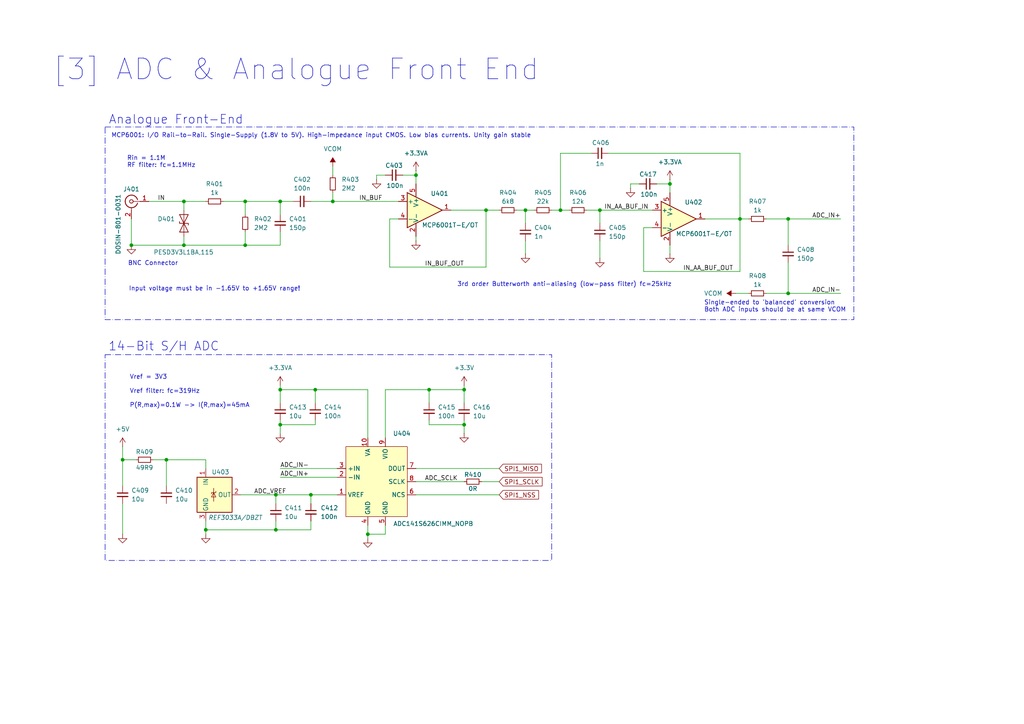
<source format=kicad_sch>
(kicad_sch (version 20231120) (generator "eeschema") (generator_version "8.0")
  (paper "A4")
  (title_block (title "Mixed-Signal Demo PCB") (rev "0.1") (company "Ricardo Cárdenes"))
  (lib_symbols
    (symbol "Amplifier_Operational:MCP6001-OT" (pin_names (offset 0.127))
      (property "Reference" "U" (at -1.27 6.35 0))
      (property "Value" "MCP6001-OT" (at -1.27 3.81 0))
      (symbol "MCP6001-OT_0_1"
        (polyline (pts (xy -5.08 5.08) (xy 5.08 0) (xy -5.08 -5.08) (xy -5.08 5.08)) (stroke (width 0.254)) (fill (type background)))
        (pin power_in line (at -2.54 -7.62 90) (length 3.81) (name "V-") (number "2"))
        (pin power_in line (at -2.54 7.62 270) (length 3.81) (name "V+") (number "5"))
      )
      (symbol "MCP6001-OT_1_1"
        (pin output line (at 7.62 0 180) (length 2.54) (name "~") (number "1"))
        (pin input line (at -7.62 2.54 0) (length 2.54) (name "+") (number "3"))
        (pin input line (at -7.62 -2.54 0) (length 2.54) (name "-") (number "4"))
      )
    )
    (symbol "Connector:Conn_Coaxial" (pin_names (offset 1.016) hide)
      (property "Reference" "J" (at 0.254 3.048 0))
      (property "Value" "Conn_Coaxial" (at 2.921 0 90))
      (symbol "Conn_Coaxial_0_1"
        (arc (start -1.778 -0.508) (mid 0.2311 -1.8066) (end 1.778 0) (stroke (width 0.254)))
        (polyline (pts (xy -2.54 0) (xy -0.508 0)))
        (polyline (pts (xy 0 -2.54) (xy 0 -1.778)))
        (circle (center 0 0) (radius 0.508) (stroke (width 0.2032)))
        (arc (start 1.778 0) (mid 0.2099 1.8101) (end -1.778 0.508) (stroke (width 0.254)))
      )
      (symbol "Conn_Coaxial_1_1"
        (pin passive line (at -5.08 0 0) (length 2.54) (name "In") (number "1"))
        (pin passive line (at 0 -5.08 90) (length 2.54) (name "Ext") (number "2"))
      )
    )
    (symbol "Device:C_Small" (pin_numbers hide) (pin_names (offset 0.254) hide)
      (property "Reference" "C" (at 0.254 1.778 0))
      (property "Value" "C_Small" (at 0.254 -2.032 0))
      (symbol "C_Small_0_1"
        (polyline (pts (xy -1.524 -0.508) (xy 1.524 -0.508)) (stroke (width 0.3302)))
        (polyline (pts (xy -1.524 0.508) (xy 1.524 0.508)) (stroke (width 0.3048)))
      )
      (symbol "C_Small_1_1"
        (pin passive line (at 0 2.54 270) (length 2.032) (name "~") (number "1"))
        (pin passive line (at 0 -2.54 90) (length 2.032) (name "~") (number "2"))
      )
    )
    (symbol "Device:R_Small" (pin_numbers hide) (pin_names (offset 0.254) hide)
      (property "Reference" "R" (at 0.762 0.508 0))
      (property "Value" "R_Small" (at 0.762 -1.016 0))
      (symbol "R_Small_0_1"
        (rectangle (start -0.762 1.778) (end 0.762 -1.778) (stroke (width 0.2032)))
      )
      (symbol "R_Small_1_1"
        (pin passive line (at 0 2.54 270) (length 0.762) (name "~") (number "1"))
        (pin passive line (at 0 -2.54 90) (length 0.762) (name "~") (number "2"))
      )
    )
    (symbol "Diode:SD05_SOD323" (pin_numbers hide) (pin_names (offset 1.016) hide)
      (property "Reference" "D" (at 0 2.54 0))
      (property "Value" "SD05_SOD323" (at 0 -2.54 0))
      (symbol "SD05_SOD323_0_1"
        (polyline (pts (xy 1.27 0) (xy -1.27 0)))
        (polyline (pts (xy -2.54 -1.27) (xy 0 0) (xy -2.54 1.27) (xy -2.54 -1.27)) (stroke (width 0.2032)))
        (polyline (pts (xy 0.508 1.27) (xy 0 1.27) (xy 0 -1.27) (xy -0.508 -1.27)) (stroke (width 0.2032)))
        (polyline (pts (xy 2.54 1.27) (xy 2.54 -1.27) (xy 0 0) (xy 2.54 1.27)) (stroke (width 0.2032)))
      )
      (symbol "SD05_SOD323_1_1"
        (pin passive line (at -3.81 0 0) (length 2.54) (name "A1") (number "1"))
        (pin passive line (at 3.81 0 180) (length 2.54) (name "A2") (number "2"))
      )
    )
    (symbol "MissingComponents:ADC141S626"
      (property "Reference" "U" (at 5.08 11.684 0))
      (symbol "ADC141S626_1_1"
        (rectangle (start -8.89 10.16) (end 8.89 -10.16) (fill (type background)))
        (pin input line (at -11.43 -3.81 0) (length 2.54) (name "VREF") (number "1"))
        (pin power_in line (at -2.54 12.7 270) (length 2.54) (name "VA") (number "10"))
        (pin input line (at -11.43 1.27 0) (length 2.54) (name "-IN") (number "2"))
        (pin input line (at -11.43 3.81 0) (length 2.54) (name "+IN") (number "3"))
        (pin power_in line (at -2.54 -12.7 90) (length 2.54) (name "GND") (number "4"))
        (pin power_in line (at 2.54 -12.7 90) (length 2.54) (name "GND") (number "5"))
        (pin input line (at 11.43 -3.81 180) (length 2.54) (name "NCS") (number "6"))
        (pin output line (at 11.43 3.81 180) (length 2.54) (name "DOUT") (number "7"))
        (pin input line (at 11.43 0 180) (length 2.54) (name "SCLK") (number "8"))
        (pin power_in line (at 2.54 12.7 270) (length 2.54) (name "VIO") (number "9"))
      )
    )
    (symbol "Reference_Voltage:REF3033" (pin_names (offset 0.254))
      (property "Reference" "U" (at 0 6.35 0))
      (property "Value" "REF3033" (at 2.54 -6.35 0))
      (symbol "REF3033_0_1"
        (rectangle (start -5.08 5.08) (end 5.08 -5.08) (stroke (width 0.254)) (fill (type background)))
        (polyline (pts (xy -0.254 1.905) (xy -0.254 -1.905)))
        (polyline (pts (xy -0.889 -0.635) (xy 0.381 -0.635) (xy -0.254 0.635) (xy -0.889 -0.635)))
        (polyline (pts (xy 0.381 1.016) (xy 0.381 0.635) (xy -0.889 0.635) (xy -0.889 0.254)))
      )
      (symbol "REF3033_1_1"
        (pin power_in line (at -2.54 7.62 270) (length 2.54) (name "IN") (number "1"))
        (pin power_out line (at 7.62 0 180) (length 2.54) (name "OUT") (number "2"))
        (pin power_in line (at -2.54 -7.62 90) (length 2.54) (name "GND") (number "3"))
      )
    )
    (symbol "power:+3.3V" (power) (pin_numbers hide) (pin_names (offset 0) hide)
      (property "Value" "+3.3V" (at 0 3.556 0))
      (symbol "+3.3V_0_1"
        (polyline (pts (xy -0.762 1.27) (xy 0 2.54)))
        (polyline (pts (xy 0 0) (xy 0 2.54)))
        (polyline (pts (xy 0 2.54) (xy 0.762 1.27)))
      )
      (symbol "+3.3V_1_1"
        (pin power_in line (at 0 0 90) (length 0) (name "~") (number "1"))
      )
    )
    (symbol "power:+3.3VA" (power) (pin_numbers hide) (pin_names (offset 0) hide)
      (property "Value" "+3.3VA" (at 0 3.556 0))
      (symbol "+3.3VA_0_1"
        (polyline (pts (xy -0.762 1.27) (xy 0 2.54)))
        (polyline (pts (xy 0 0) (xy 0 2.54)))
        (polyline (pts (xy 0 2.54) (xy 0.762 1.27)))
      )
      (symbol "+3.3VA_1_1"
        (pin power_in line (at 0 0 90) (length 0) (name "~") (number "1"))
      )
    )
    (symbol "power:+5V" (power) (pin_numbers hide) (pin_names (offset 0) hide)
      (property "Value" "+5V" (at 0 3.556 0))
      (symbol "+5V_0_1"
        (polyline (pts (xy -0.762 1.27) (xy 0 2.54)))
        (polyline (pts (xy 0 0) (xy 0 2.54)))
        (polyline (pts (xy 0 2.54) (xy 0.762 1.27)))
      )
      (symbol "+5V_1_1"
        (pin power_in line (at 0 0 90) (length 0) (name "~") (number "1"))
      )
    )
    (symbol "power:GND" (power) (pin_numbers hide) (pin_names (offset 0) hide)
      (property "Value" "GND" (at 0 -3.81 0))
      (symbol "GND_0_1"
        (polyline (pts (xy 0 0) (xy 0 -1.27) (xy 1.27 -1.27) (xy 0 -2.54) (xy -1.27 -1.27) (xy 0 -1.27)))
      )
      (symbol "GND_1_1"
        (pin power_in line (at 0 0 270) (length 0) (name "~") (number "1"))
      )
    )
    (symbol "power:VCOM" (power) (pin_numbers hide) (pin_names (offset 0) hide)
      (property "Value" "VCOM" (at 0 3.556 0))
      (symbol "VCOM_0_1"
        (polyline (pts (xy 0 0) (xy 0 2.54)))
        (polyline (pts (xy 0.762 1.27) (xy -0.762 1.27) (xy 0 2.54) (xy 0.762 1.27)) (fill (type outline)))
      )
      (symbol "VCOM_1_1"
        (pin power_in line (at 0 0 90) (length 0) (name "~") (number "1"))
      )
    )
  )
  (junction (at 96.52 58.42))
  (junction (at 162.56 60.96))
  (junction (at 214.63 63.5))
  (junction (at 59.69 153.67))
  (junction (at 152.4 60.96))
  (junction (at 80.01 143.51))
  (junction (at 106.68 154.94))
  (junction (at 38.1 71.12))
  (junction (at 48.26 133.35))
  (junction (at 53.34 71.12))
  (junction (at 81.28 123.19))
  (junction (at 120.65 50.8))
  (junction (at 194.31 53.34))
  (junction (at 35.56 133.35))
  (junction (at 81.28 113.03))
  (junction (at 134.62 113.03))
  (junction (at 91.44 113.03))
  (junction (at 71.12 71.12))
  (junction (at 124.46 113.03))
  (junction (at 53.34 58.42))
  (junction (at 81.28 58.42))
  (junction (at 140.97 60.96))
  (junction (at 173.99 60.96))
  (junction (at 71.12 58.42))
  (junction (at 228.6 63.5))
  (junction (at 134.62 123.19))
  (junction (at 80.01 153.67))
  (junction (at 228.6 85.09))
  (junction (at 90.17 143.51))
  (wire (pts (xy 35.56 133.35) (xy 35.56 140.97)))
  (wire (pts (xy 81.28 71.12) (xy 71.12 71.12)))
  (wire (pts (xy 59.69 133.35) (xy 48.26 133.35)))
  (wire (pts (xy 38.1 63.5) (xy 38.1 71.12)))
  (wire (pts (xy 189.23 66.04) (xy 186.69 66.04)))
  (wire (pts (xy 228.6 76.2) (xy 228.6 85.09)))
  (wire (pts (xy 228.6 63.5) (xy 243.84 63.5)))
  (wire (pts (xy 214.63 78.74) (xy 214.63 63.5)))
  (wire (pts (xy 48.26 133.35) (xy 48.26 140.97)))
  (wire (pts (xy 59.69 151.13) (xy 59.69 153.67)))
  (wire (pts (xy 90.17 151.13) (xy 90.17 153.67)))
  (wire (pts (xy 81.28 135.89) (xy 97.79 135.89)))
  (wire (pts (xy 90.17 143.51) (xy 90.17 146.05)))
  (wire (pts (xy 134.62 121.92) (xy 134.62 123.19)))
  (wire (pts (xy 134.62 123.19) (xy 134.62 125.73)))
  (wire (pts (xy 111.76 154.94) (xy 106.68 154.94)))
  (wire (pts (xy 116.84 50.8) (xy 120.65 50.8)))
  (wire (pts (xy 222.25 63.5) (xy 228.6 63.5)))
  (wire (pts (xy 106.68 152.4) (xy 106.68 154.94)))
  (wire (pts (xy 53.34 68.58) (xy 53.34 71.12)))
  (wire (pts (xy 113.03 77.47) (xy 140.97 77.47)))
  (wire (pts (xy 186.69 78.74) (xy 214.63 78.74)))
  (wire (pts (xy 186.69 66.04) (xy 186.69 78.74)))
  (wire (pts (xy 106.68 154.94) (xy 106.68 156.21)))
  (wire (pts (xy 134.62 111.76) (xy 134.62 113.03)))
  (wire (pts (xy 111.76 113.03) (xy 124.46 113.03)))
  (wire (pts (xy 228.6 63.5) (xy 228.6 71.12)))
  (wire (pts (xy 111.76 152.4) (xy 111.76 154.94)))
  (wire (pts (xy 96.52 48.26) (xy 96.52 50.8)))
  (wire (pts (xy 35.56 133.35) (xy 39.37 133.35)))
  (wire (pts (xy 228.6 85.09) (xy 243.84 85.09)))
  (wire (pts (xy 139.7 139.7) (xy 144.78 139.7)))
  (wire (pts (xy 214.63 44.45) (xy 214.63 63.5)))
  (wire (pts (xy 81.28 58.42) (xy 85.09 58.42)))
  (wire (pts (xy 149.86 60.96) (xy 152.4 60.96)))
  (wire (pts (xy 173.99 69.85) (xy 173.99 74.93)))
  (wire (pts (xy 90.17 143.51) (xy 97.79 143.51)))
  (wire (pts (xy 81.28 138.43) (xy 97.79 138.43)))
  (wire (pts (xy 81.28 113.03) (xy 81.28 116.84)))
  (wire (pts (xy 152.4 69.85) (xy 152.4 73.66)))
  (wire (pts (xy 152.4 60.96) (xy 154.94 60.96)))
  (wire (pts (xy 140.97 77.47) (xy 140.97 60.96)))
  (wire (pts (xy 71.12 67.31) (xy 71.12 71.12)))
  (wire (pts (xy 120.65 143.51) (xy 144.78 143.51)))
  (wire (pts (xy 194.31 71.12) (xy 194.31 73.66)))
  (wire (pts (xy 64.77 58.42) (xy 71.12 58.42)))
  (wire (pts (xy 134.62 113.03) (xy 134.62 116.84)))
  (wire (pts (xy 80.01 151.13) (xy 80.01 153.67)))
  (wire (pts (xy 35.56 146.05) (xy 35.56 154.94)))
  (wire (pts (xy 120.65 135.89) (xy 144.78 135.89)))
  (wire (pts (xy 106.68 113.03) (xy 91.44 113.03)))
  (wire (pts (xy 81.28 121.92) (xy 81.28 123.19)))
  (wire (pts (xy 173.99 60.96) (xy 173.99 64.77)))
  (wire (pts (xy 115.57 63.5) (xy 113.03 63.5)))
  (wire (pts (xy 120.65 68.58) (xy 120.65 69.85)))
  (wire (pts (xy 81.28 111.76) (xy 81.28 113.03)))
  (wire (pts (xy 204.47 63.5) (xy 214.63 63.5)))
  (wire (pts (xy 170.18 60.96) (xy 173.99 60.96)))
  (wire (pts (xy 124.46 113.03) (xy 124.46 116.84)))
  (wire (pts (xy 173.99 60.96) (xy 189.23 60.96)))
  (wire (pts (xy 130.81 60.96) (xy 140.97 60.96)))
  (wire (pts (xy 81.28 67.31) (xy 81.28 71.12)))
  (wire (pts (xy 109.22 50.8) (xy 109.22 52.07)))
  (wire (pts (xy 190.5 53.34) (xy 194.31 53.34)))
  (wire (pts (xy 90.17 58.42) (xy 96.52 58.42)))
  (wire (pts (xy 53.34 58.42) (xy 59.69 58.42)))
  (wire (pts (xy 71.12 71.12) (xy 53.34 71.12)))
  (wire (pts (xy 81.28 123.19) (xy 81.28 125.73)))
  (wire (pts (xy 91.44 121.92) (xy 91.44 123.19)))
  (wire (pts (xy 182.88 53.34) (xy 182.88 54.61)))
  (wire (pts (xy 91.44 113.03) (xy 81.28 113.03)))
  (wire (pts (xy 53.34 58.42) (xy 53.34 60.96)))
  (wire (pts (xy 80.01 153.67) (xy 90.17 153.67)))
  (wire (pts (xy 43.18 58.42) (xy 53.34 58.42)))
  (wire (pts (xy 71.12 58.42) (xy 81.28 58.42)))
  (wire (pts (xy 35.56 129.54) (xy 35.56 133.35)))
  (wire (pts (xy 162.56 60.96) (xy 165.1 60.96)))
  (wire (pts (xy 228.6 85.09) (xy 222.25 85.09)))
  (wire (pts (xy 213.36 85.09) (xy 217.17 85.09)))
  (wire (pts (xy 140.97 60.96) (xy 144.78 60.96)))
  (wire (pts (xy 124.46 123.19) (xy 134.62 123.19)))
  (wire (pts (xy 162.56 44.45) (xy 162.56 60.96)))
  (wire (pts (xy 59.69 153.67) (xy 80.01 153.67)))
  (wire (pts (xy 120.65 50.8) (xy 120.65 53.34)))
  (wire (pts (xy 69.85 143.51) (xy 80.01 143.51)))
  (wire (pts (xy 176.53 44.45) (xy 214.63 44.45)))
  (wire (pts (xy 48.26 133.35) (xy 44.45 133.35)))
  (wire (pts (xy 71.12 58.42) (xy 71.12 62.23)))
  (wire (pts (xy 96.52 58.42) (xy 115.57 58.42)))
  (wire (pts (xy 120.65 49.53) (xy 120.65 50.8)))
  (wire (pts (xy 59.69 135.89) (xy 59.69 133.35)))
  (wire (pts (xy 185.42 53.34) (xy 182.88 53.34)))
  (wire (pts (xy 91.44 113.03) (xy 91.44 116.84)))
  (wire (pts (xy 113.03 63.5) (xy 113.03 77.47)))
  (wire (pts (xy 111.76 127) (xy 111.76 113.03)))
  (wire (pts (xy 124.46 113.03) (xy 134.62 113.03)))
  (wire (pts (xy 81.28 58.42) (xy 81.28 62.23)))
  (wire (pts (xy 96.52 55.88) (xy 96.52 58.42)))
  (wire (pts (xy 59.69 153.67) (xy 59.69 154.94)))
  (wire (pts (xy 171.45 44.45) (xy 162.56 44.45)))
  (wire (pts (xy 53.34 71.12) (xy 38.1 71.12)))
  (wire (pts (xy 194.31 53.34) (xy 194.31 55.88)))
  (wire (pts (xy 106.68 127) (xy 106.68 113.03)))
  (wire (pts (xy 214.63 63.5) (xy 217.17 63.5)))
  (wire (pts (xy 160.02 60.96) (xy 162.56 60.96)))
  (wire (pts (xy 111.76 50.8) (xy 109.22 50.8)))
  (wire (pts (xy 194.31 52.07) (xy 194.31 53.34)))
  (wire (pts (xy 124.46 121.92) (xy 124.46 123.19)))
  (wire (pts (xy 120.65 139.7) (xy 134.62 139.7)))
  (wire (pts (xy 80.01 143.51) (xy 90.17 143.51)))
  (wire (pts (xy 80.01 143.51) (xy 80.01 146.05)))
  (wire (pts (xy 91.44 123.19) (xy 81.28 123.19)))
  (wire (pts (xy 152.4 64.77) (xy 152.4 60.96)))
  (rectangle (start 30.48 36.83) (end 247.65 92.71) (stroke (width 0) (type dash_dot)))
  (rectangle (start 30.48 102.87) (end 160.02 162.56) (stroke (width 0) (type dash_dot)))
  (text "[3] ADC & Analogue Front End" (at 85.852 20.32 0) (effects (font (size 6 6))))
  (text "MCP6001: I/O Rail-to-Rail. Single-Supply (1.8V to 5V). High-impedance input CMOS. Low bias currents. Unity gain stable" (at 32.258 39.37 0) (effects (font (size 1.27 1.27)) (justify left)))
  (text "Input voltage must be in -1.65V to +1.65V range!" (at 37.338 83.82 0) (effects (font (size 1.27 1.27)) (justify left)))
  (text "Analogue Front-End" (at 51.054 34.798 0) (effects (font (size 2.54 2.54))))
  (text "3rd order Butterworth anti-aliasing (low-pass filter) fc=25kHz" (at 132.588 82.55 0) (effects (font (size 1.27 1.27)) (justify left)))
  (text "Single-ended to 'balanced' conversion\nBoth ADC inputs should be at same VCOM" (at 204.216 88.9 0) (effects (font (size 1.27 1.27)) (justify left)))
  (text "Rin = 1.1M\nRF filter: fc=1.1MHz" (at 36.83 46.99 0) (effects (font (size 1.27 1.27)) (justify left)))
  (text "BNC Connector" (at 37.084 76.454 0) (effects (font (size 1.27 1.27)) (justify left)))
  (text "14-Bit S/H ADC" (at 47.498 100.584 0) (effects (font (size 2.54 2.54))))
  (text "Vref = 3V3\n\nVref filter: fc=319Hz\n\nP(R,max)=0.1W -> I(R,max)=45mA" (at 37.592 113.538 0) (effects (font (size 1.27 1.27)) (justify left)))
  (label "IN_AA_BUF_OUT" (at 198.12 78.74 0))
  (label "ADC_IN-" (at 243.84 85.09 180))
  (label "IN" (at 45.72 58.42 0))
  (label "ADC_VREF" (at 73.66 143.51 0))
  (label "IN_AA_BUF_IN" (at 175.26 60.96 0))
  (label "IN_BUF_OUT" (at 123.19 77.47 0))
  (label "ADC_IN+" (at 81.28 138.43 0))
  (label "ADC_IN+" (at 243.84 63.5 180))
  (label "ADC_IN-" (at 81.28 135.89 0))
  (label "ADC_SCLK" (at 123.19 139.7 0))
  (label "IN_BUF" (at 104.14 58.42 0))
  (global_label "SPI1_MISO" (shape input) (at 144.78 135.89 0) (property "Intersheetrefs" "${INTERSHEET_REFS}" (effects (hide yes))))
  (global_label "SPI1_SCLK" (shape input) (at 144.78 139.7 0) (property "Intersheetrefs" "${INTERSHEET_REFS}" (effects (hide yes))))
  (global_label "SPI1_NSS" (shape input) (at 144.78 143.51 0) (property "Intersheetrefs" "${INTERSHEET_REFS}" (effects (hide yes))))
  (symbol (lib_id "Device:R_Small") (at 219.71 63.5 90) (unit 1)
    (property "Reference" "R407" (at 219.71 58.42 90))
    (property "Value" "1k" (at 219.71 60.96 90))
    (property "Description" "Resistor, small symbol" (effects (hide yes)))
  )
  (symbol (lib_id "power:VCOM") (at 213.36 85.09 90) (unit 1)
    (property "Reference" "#PWR0419" (effects (hide yes)))
    (property "Value" "VCOM" (at 209.55 85.0899 90) (effects (justify left)))
    (property "Description" "Power symbol creates a global label with name \"VCOM\"" (effects (hide yes)))
  )
  (symbol (lib_id "Amplifier_Operational:MCP6001-OT") (at 123.19 60.96 0) (unit 1)
    (property "Reference" "U401" (at 127.508 56.134 0))
    (property "Value" "MCP6001T-E/OT" (at 130.556 65.278 0))
    (property "Footprint" "Package_TO_SOT_SMD:SOT-23-5" (effects (hide yes)))
    (property "Datasheet" "https://ww1.microchip.com/downloads/en/DeviceDoc/MCP6001-1R-1U-2-4-1-MHz-Low-Power-Op-Amp-DS20001733L.pdf" (effects (hide yes)))
    (property "Description" "1MHz, Low-Power Op Amp, SOT-23-5" (effects (hide yes)))
    (property "MPN" " C29429" (effects (hide yes)))
  )
  (symbol (lib_id "Amplifier_Operational:MCP6001-OT") (at 196.85 63.5 0) (unit 1)
    (property "Reference" "U402" (at 201.168 58.674 0))
    (property "Value" "MCP6001T-E/OT" (at 204.216 67.818 0))
    (property "Footprint" "Package_TO_SOT_SMD:SOT-23-5" (effects (hide yes)))
    (property "Datasheet" "https://ww1.microchip.com/downloads/en/DeviceDoc/MCP6001-1R-1U-2-4-1-MHz-Low-Power-Op-Amp-DS20001733L.pdf" (effects (hide yes)))
    (property "Description" "1MHz, Low-Power Op Amp, SOT-23-5" (effects (hide yes)))
    (property "MPN" " C29429" (effects (hide yes)))
  )
  (symbol (lib_id "power:GND") (at 194.31 73.66 0) (unit 1)
    (property "Reference" "#PWR0418" (effects (hide yes)))
    (property "Value" "GND" (effects (hide yes)))
    (property "Description" "Power symbol creates a global label with name \"GND\" , ground" (effects (hide yes)))
  )
  (symbol (lib_id "Connector:Conn_Coaxial") (at 38.1 58.42 0) (mirror y) (unit 1)
    (property "Reference" "J401" (at 38.1 54.864 0))
    (property "Value" "DOSIN-801-0031" (at 34.29 65.024 90))
    (property "Description" "coaxial connector (BNC, SMA, SMB, SMC, Cinch/RCA, LEMO, ...)" (effects (hide yes)))
    (property "MPN" "C521205" (effects (hide yes)))
  )
  (symbol (lib_id "power:GND") (at 134.62 125.73 0) (unit 1)
    (property "Reference" "#PWR0403" (effects (hide yes)))
    (property "Value" "GND" (effects (hide yes)))
    (property "Description" "Power symbol creates a global label with name \"GND\" , ground" (effects (hide yes)))
  )
  (symbol (lib_id "Device:C_Small") (at 152.4 67.31 0) (unit 1)
    (property "Reference" "C404" (at 154.94 66.0462 0) (effects (justify left)))
    (property "Value" "1n" (at 154.94 68.5862 0) (effects (justify left)))
    (property "Description" "Unpolarized capacitor, small symbol" (effects (hide yes)))
  )
  (symbol (lib_id "Device:C_Small") (at 134.62 119.38 0) (unit 1)
    (property "Reference" "C416" (at 137.16 118.1162 0) (effects (justify left)))
    (property "Value" "10u" (at 137.16 120.6562 0) (effects (justify left)))
    (property "Description" "Unpolarized capacitor, small symbol" (effects (hide yes)))
  )
  (symbol (lib_id "power:+5V") (at 35.56 129.54 0) (unit 1)
    (property "Reference" "#PWR0408" (effects (hide yes)))
    (property "Value" "+5V" (at 35.56 124.46 0))
    (property "Description" "Power symbol creates a global label with name \"+5V\"" (effects (hide yes)))
  )
  (symbol (lib_id "Device:C_Small") (at 87.63 58.42 90) (unit 1)
    (property "Reference" "C402" (at 87.6363 52.07 90))
    (property "Value" "100n" (at 87.6363 54.61 90))
    (property "Description" "Unpolarized capacitor, small symbol" (effects (hide yes)))
  )
  (symbol (lib_id "Device:C_Small") (at 114.3 50.8 90) (unit 1)
    (property "Reference" "C403" (at 114.3 48.006 90))
    (property "Value" "100n" (at 114.554 53.848 90))
    (property "Description" "Unpolarized capacitor, small symbol" (effects (hide yes)))
  )
  (symbol (lib_id "power:+3.3VA") (at 120.65 49.53 0) (unit 1)
    (property "Reference" "#PWR0411" (effects (hide yes)))
    (property "Value" "+3.3VA" (at 120.65 44.45 0))
    (property "Description" "Power symbol creates a global label with name \"+3.3VA\"" (effects (hide yes)))
  )
  (symbol (lib_id "power:GND") (at 59.69 154.94 0) (unit 1)
    (property "Reference" "#PWR0406" (effects (hide yes)))
    (property "Value" "GND" (effects (hide yes)))
    (property "Description" "Power symbol creates a global label with name \"GND\" , ground" (effects (hide yes)))
  )
  (symbol (lib_id "MissingComponents:ADC141S626") (at 109.22 139.7 0) (unit 1)
    (property "Reference" "U404" (at 113.9541 125.73 0) (effects (justify left)))
    (property "Value" "ADC141S626CIMM_NOPB" (at 114.046 151.892 0) (effects (justify left)))
    (property "Footprint" "Package_SO:VSSOP-10_3x3mm_P0.5mm" (effects (hide yes)))
    (property "MPN" "C206494" (effects (hide yes)))
  )
  (symbol (lib_id "Device:C_Small") (at 124.46 119.38 0) (unit 1)
    (property "Reference" "C415" (at 127 118.1162 0) (effects (justify left)))
    (property "Value" "100n" (at 127 120.6562 0) (effects (justify left)))
    (property "Description" "Unpolarized capacitor, small symbol" (effects (hide yes)))
  )
  (symbol (lib_id "Device:C_Small") (at 228.6 73.66 0) (unit 1)
    (property "Reference" "C408" (at 231.14 72.3962 0) (effects (justify left)))
    (property "Value" "150p" (at 231.14 74.9362 0) (effects (justify left)))
    (property "Description" "Unpolarized capacitor, small symbol" (effects (hide yes)))
  )
  (symbol (lib_id "Device:C_Small") (at 90.17 148.59 0) (unit 1)
    (property "Reference" "C412" (at 92.9706 147.3262 0) (effects (justify left)))
    (property "Value" "100n" (at 92.9706 149.8662 0) (effects (justify left)))
    (property "Description" "Unpolarized capacitor, small symbol" (effects (hide yes)))
  )
  (symbol (lib_id "Reference_Voltage:REF3033") (at 62.23 143.51 0) (unit 1)
    (property "Reference" "U403" (at 66.548 136.906 0) (effects (justify right)))
    (property "Value" "REF3033A/DBZT" (at 75.946 150.114 0) (effects (font (italic yes)) (justify right)))
    (property "Footprint" "Package_TO_SOT_SMD:SOT-23" (effects (hide yes)))
    (property "Datasheet" "http://www.ti.com/lit/ds/symlink/ref3033.pdf" (effects (hide yes)))
    (property "Description" "3.3V 50-ppm/°C Max, 50-μA, CMOS Voltage Reference, SOT-23-3" (effects (hide yes)))
    (property "MPN" "C2872391" (effects (hide yes)))
  )
  (symbol (lib_id "Device:C_Small") (at 35.56 143.51 0) (unit 1)
    (property "Reference" "C409" (at 38.1 142.2462 0) (effects (justify left)))
    (property "Value" "10u" (at 38.1 144.7862 0) (effects (justify left)))
    (property "Description" "Unpolarized capacitor, small symbol" (effects (hide yes)))
  )
  (symbol (lib_id "Device:R_Small") (at 96.52 53.34 180) (unit 1)
    (property "Reference" "R403" (at 99.06 52.0699 0) (effects (justify right)))
    (property "Value" "2M2" (at 99.06 54.6099 0) (effects (justify right)))
    (property "Description" "Resistor, small symbol" (effects (hide yes)))
  )
  (symbol (lib_id "power:+3.3VA") (at 194.31 52.07 0) (unit 1)
    (property "Reference" "#PWR0415" (effects (hide yes)))
    (property "Value" "+3.3VA" (at 194.31 46.99 0))
    (property "Description" "Power symbol creates a global label with name \"+3.3VA\"" (effects (hide yes)))
  )
  (symbol (lib_id "Device:R_Small") (at 137.16 139.7 90) (unit 1)
    (property "Reference" "R410" (at 137.16 137.668 90))
    (property "Value" "0R" (at 137.16 141.732 90))
    (property "Description" "Resistor, small symbol" (effects (hide yes)))
  )
  (symbol (lib_id "Device:R_Small") (at 41.91 133.35 90) (unit 1)
    (property "Reference" "R409" (at 41.91 131.064 90))
    (property "Value" "49R9" (at 41.91 135.636 90))
    (property "Description" "Resistor, small symbol" (effects (hide yes)))
  )
  (symbol (lib_id "power:VCOM") (at 96.52 48.26 0) (unit 1)
    (property "Reference" "#PWR0410" (effects (hide yes)))
    (property "Value" "VCOM" (at 96.52 43.18 0))
    (property "Description" "Power symbol creates a global label with name \"VCOM\"" (effects (hide yes)))
  )
  (symbol (lib_id "Diode:SD05_SOD323") (at 53.34 64.77 90) (unit 1)
    (property "Reference" "D401" (at 50.8 63.4999 90) (effects (justify left)))
    (property "Value" "PESD3V3L1BA,115" (at 61.976 73.152 90) (effects (justify left)))
    (property "Footprint" "Diode_SMD:D_SOD-323" (effects (hide yes)))
    (property "Datasheet" "https://www.littelfuse.com/~/media/electronics/datasheets/tvs_diode_arrays/littelfuse_tvs_diode_array_sd_c_datasheet.pdf.pdf" (effects (hide yes)))
    (property "Description" "5V, 450W Discrete Bidirectional TVS Diode, SOD-323" (effects (hide yes)))
    (property "MPN" "C51450" (effects (hide yes)))
  )
  (symbol (lib_id "Device:C_Small") (at 48.26 143.51 0) (unit 1)
    (property "Reference" "C410" (at 50.8 142.2462 0) (effects (justify left)))
    (property "Value" "10u" (at 50.8 144.7862 0) (effects (justify left)))
    (property "Description" "Unpolarized capacitor, small symbol" (effects (hide yes)))
  )
  (symbol (lib_id "power:GND") (at 109.22 52.07 0) (unit 1)
    (property "Reference" "#PWR0412" (effects (hide yes)))
    (property "Value" "GND" (effects (hide yes)))
    (property "Description" "Power symbol creates a global label with name \"GND\" , ground" (effects (hide yes)))
  )
  (symbol (lib_id "power:GND") (at 106.68 156.21 0) (unit 1)
    (property "Reference" "#PWR0401" (effects (hide yes)))
    (property "Value" "GND" (effects (hide yes)))
    (property "Description" "Power symbol creates a global label with name \"GND\" , ground" (effects (hide yes)))
  )
  (symbol (lib_id "power:+3.3VA") (at 81.28 111.76 0) (unit 1)
    (property "Reference" "#PWR0404" (effects (hide yes)))
    (property "Value" "+3.3VA" (at 81.28 106.68 0))
    (property "Description" "Power symbol creates a global label with name \"+3.3VA\"" (effects (hide yes)))
  )
  (symbol (lib_id "Device:C_Small") (at 187.96 53.34 90) (unit 1)
    (property "Reference" "C417" (at 187.96 50.546 90))
    (property "Value" "100n" (at 188.214 56.388 90))
    (property "Description" "Unpolarized capacitor, small symbol" (effects (hide yes)))
  )
  (symbol (lib_id "Device:C_Small") (at 91.44 119.38 0) (unit 1)
    (property "Reference" "C414" (at 93.98 118.1162 0) (effects (justify left)))
    (property "Value" "100n" (at 93.98 120.6562 0) (effects (justify left)))
    (property "Description" "Unpolarized capacitor, small symbol" (effects (hide yes)))
  )
  (symbol (lib_id "power:GND") (at 120.65 69.85 0) (unit 1)
    (property "Reference" "#PWR0414" (effects (hide yes)))
    (property "Value" "GND" (effects (hide yes)))
    (property "Description" "Power symbol creates a global label with name \"GND\" , ground" (effects (hide yes)))
  )
  (symbol (lib_id "power:GND") (at 173.99 74.93 0) (unit 1)
    (property "Reference" "#PWR0417" (effects (hide yes)))
    (property "Value" "GND" (effects (hide yes)))
    (property "Description" "Power symbol creates a global label with name \"GND\" , ground" (effects (hide yes)))
  )
  (symbol (lib_id "power:GND") (at 38.1 71.12 0) (unit 1)
    (property "Reference" "#PWR0409" (effects (hide yes)))
    (property "Value" "GND" (effects (hide yes)))
    (property "Description" "Power symbol creates a global label with name \"GND\" , ground" (effects (hide yes)))
  )
  (symbol (lib_id "Device:R_Small") (at 62.23 58.42 90) (unit 1)
    (property "Reference" "R401" (at 62.23 53.34 90))
    (property "Value" "1k" (at 62.23 55.88 90))
    (property "Description" "Resistor, small symbol" (effects (hide yes)))
  )
  (symbol (lib_id "power:+3.3V") (at 134.62 111.76 0) (unit 1)
    (property "Reference" "#PWR0405" (effects (hide yes)))
    (property "Value" "+3.3V" (at 134.62 106.68 0))
    (property "Description" "Power symbol creates a global label with name \"+3.3V\"" (effects (hide yes)))
  )
  (symbol (lib_id "Device:R_Small") (at 157.48 60.96 90) (unit 1)
    (property "Reference" "R405" (at 157.48 55.88 90))
    (property "Value" "22k" (at 157.48 58.42 90))
    (property "Description" "Resistor, small symbol" (effects (hide yes)))
  )
  (symbol (lib_id "Device:R_Small") (at 219.71 85.09 90) (unit 1)
    (property "Reference" "R408" (at 219.71 80.01 90))
    (property "Value" "1k" (at 219.71 82.55 90))
    (property "Description" "Resistor, small symbol" (effects (hide yes)))
  )
  (symbol (lib_id "power:GND") (at 35.56 154.94 0) (unit 1)
    (property "Reference" "#PWR0407" (effects (hide yes)))
    (property "Value" "GND" (effects (hide yes)))
    (property "Description" "Power symbol creates a global label with name \"GND\" , ground" (effects (hide yes)))
  )
  (symbol (lib_id "Device:C_Small") (at 81.28 119.38 0) (unit 1)
    (property "Reference" "C413" (at 83.82 118.1162 0) (effects (justify left)))
    (property "Value" "10u" (at 83.82 120.6562 0) (effects (justify left)))
    (property "Description" "Unpolarized capacitor, small symbol" (effects (hide yes)))
  )
  (symbol (lib_id "power:GND") (at 81.28 125.73 0) (unit 1)
    (property "Reference" "#PWR0402" (effects (hide yes)))
    (property "Value" "GND" (effects (hide yes)))
    (property "Description" "Power symbol creates a global label with name \"GND\" , ground" (effects (hide yes)))
  )
  (symbol (lib_id "Device:C_Small") (at 81.28 64.77 0) (unit 1)
    (property "Reference" "C401" (at 83.82 63.5062 0) (effects (justify left)))
    (property "Value" "150p" (at 83.82 66.0462 0) (effects (justify left)))
    (property "Description" "Unpolarized capacitor, small symbol" (effects (hide yes)))
  )
  (symbol (lib_id "Device:C_Small") (at 173.99 67.31 0) (unit 1)
    (property "Reference" "C405" (at 176.53 66.0462 0) (effects (justify left)))
    (property "Value" "150p" (at 176.53 68.5862 0) (effects (justify left)))
    (property "Description" "Unpolarized capacitor, small symbol" (effects (hide yes)))
  )
  (symbol (lib_id "power:GND") (at 152.4 73.66 0) (unit 1)
    (property "Reference" "#PWR0413" (effects (hide yes)))
    (property "Value" "GND" (effects (hide yes)))
    (property "Description" "Power symbol creates a global label with name \"GND\" , ground" (effects (hide yes)))
  )
  (symbol (lib_id "Device:R_Small") (at 71.12 64.77 180) (unit 1)
    (property "Reference" "R402" (at 73.66 63.4999 0) (effects (justify right)))
    (property "Value" "2M2" (at 73.66 66.0399 0) (effects (justify right)))
    (property "Description" "Resistor, small symbol" (effects (hide yes)))
  )
  (symbol (lib_id "Device:R_Small") (at 167.64 60.96 90) (unit 1)
    (property "Reference" "R406" (at 167.64 55.88 90))
    (property "Value" "12k" (at 167.64 58.42 90))
    (property "Description" "Resistor, small symbol" (effects (hide yes)))
  )
  (symbol (lib_id "Device:R_Small") (at 147.32 60.96 90) (unit 1)
    (property "Reference" "R404" (at 147.32 55.88 90))
    (property "Value" "6k8" (at 147.32 58.42 90))
    (property "Description" "Resistor, small symbol" (effects (hide yes)))
  )
  (symbol (lib_id "Device:C_Small") (at 173.99 44.45 90) (unit 1)
    (property "Reference" "C406" (at 174.244 41.402 90))
    (property "Value" "1n" (at 173.99 47.498 90))
    (property "Description" "Unpolarized capacitor, small symbol" (effects (hide yes)))
  )
  (symbol (lib_id "Device:C_Small") (at 80.01 148.59 0) (unit 1)
    (property "Reference" "C411" (at 82.55 147.3262 0) (effects (justify left)))
    (property "Value" "10u" (at 82.55 149.8662 0) (effects (justify left)))
    (property "Description" "Unpolarized capacitor, small symbol" (effects (hide yes)))
  )
  (symbol (lib_id "power:GND") (at 182.88 54.61 0) (unit 1)
    (property "Reference" "#PWR0416" (effects (hide yes)))
    (property "Value" "GND" (effects (hide yes)))
    (property "Description" "Power symbol creates a global label with name \"GND\" , ground" (effects (hide yes)))
  )
)
</source>
